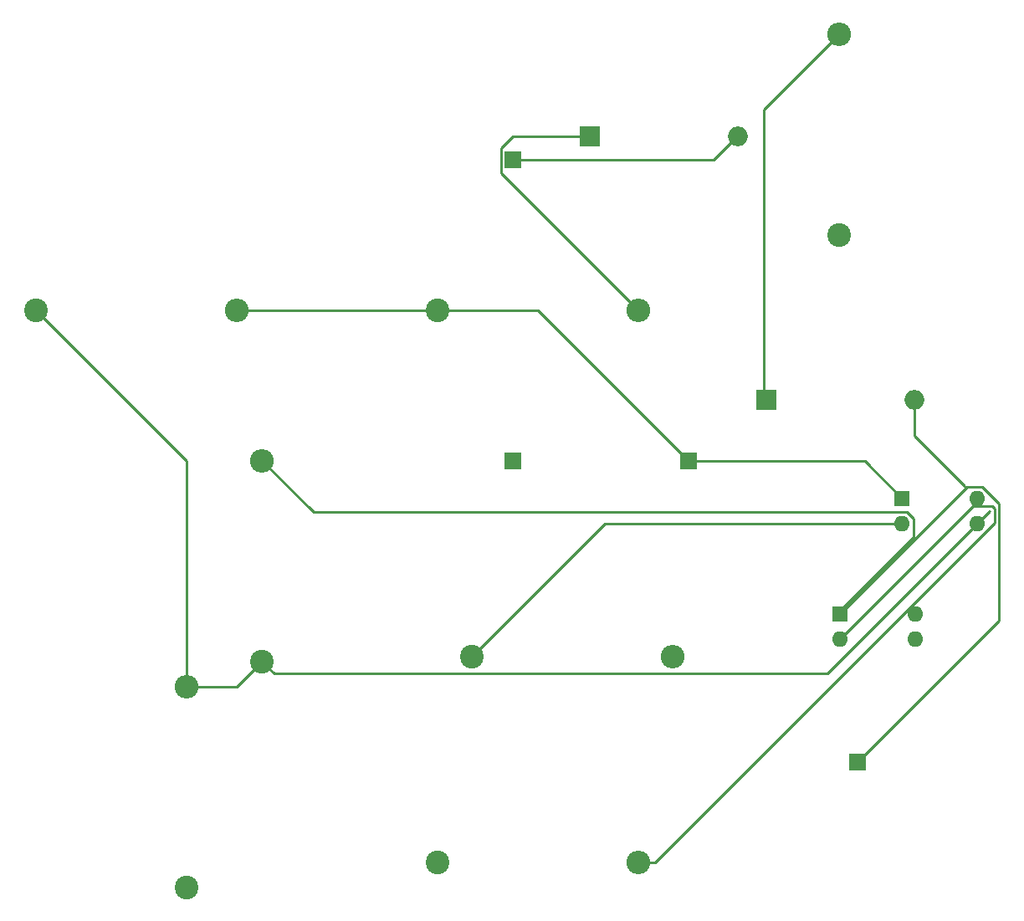
<source format=gbr>
%TF.GenerationSoftware,KiCad,Pcbnew,7.0.1*%
%TF.CreationDate,2023-11-23T18:30:04+05:30*%
%TF.ProjectId,assign2,61737369-676e-4322-9e6b-696361645f70,rev?*%
%TF.SameCoordinates,Original*%
%TF.FileFunction,Copper,L1,Top*%
%TF.FilePolarity,Positive*%
%FSLAX46Y46*%
G04 Gerber Fmt 4.6, Leading zero omitted, Abs format (unit mm)*
G04 Created by KiCad (PCBNEW 7.0.1) date 2023-11-23 18:30:04*
%MOMM*%
%LPD*%
G01*
G04 APERTURE LIST*
%TA.AperFunction,ComponentPad*%
%ADD10R,1.600000X1.600000*%
%TD*%
%TA.AperFunction,ComponentPad*%
%ADD11O,1.600000X1.600000*%
%TD*%
%TA.AperFunction,ComponentPad*%
%ADD12C,2.400000*%
%TD*%
%TA.AperFunction,ComponentPad*%
%ADD13O,2.400000X2.400000*%
%TD*%
%TA.AperFunction,ComponentPad*%
%ADD14R,1.700000X1.700000*%
%TD*%
%TA.AperFunction,ComponentPad*%
%ADD15R,2.000000X2.000000*%
%TD*%
%TA.AperFunction,ComponentPad*%
%ADD16O,2.000000X2.000000*%
%TD*%
%TA.AperFunction,Conductor*%
%ADD17C,0.250000*%
%TD*%
G04 APERTURE END LIST*
D10*
%TO.P,U2,1*%
%TO.N,Net-(J5-Pin_1)*%
X137230000Y-84145000D03*
D11*
%TO.P,U2,2,-*%
%TO.N,GND*%
X137230000Y-86685000D03*
%TO.P,U2,3,+*%
%TO.N,Net-(U2A-+)*%
X144850000Y-86685000D03*
%TO.P,U2,4,V-*%
%TO.N,GND*%
X144850000Y-84145000D03*
%TD*%
D10*
%TO.P,U1,1*%
%TO.N,Net-(J2-Pin_1)*%
X143520000Y-72385000D03*
D11*
%TO.P,U1,2,-*%
%TO.N,Net-(U1A--)*%
X143520000Y-74925000D03*
%TO.P,U1,3,+*%
%TO.N,Net-(U1A-+)*%
X151140000Y-74925000D03*
%TO.P,U1,4,V-*%
%TO.N,GND*%
X151140000Y-72385000D03*
%TD*%
D12*
%TO.P,R7,1*%
%TO.N,Net-(U1A--)*%
X96520000Y-109220000D03*
D13*
%TO.P,R7,2*%
%TO.N,GND*%
X116840000Y-109220000D03*
%TD*%
D12*
%TO.P,R6,1*%
%TO.N,Net-(U1A--)*%
X99960000Y-88395000D03*
D13*
%TO.P,R6,2*%
%TO.N,Net-(J3-Pin_1)*%
X120280000Y-88395000D03*
%TD*%
D12*
%TO.P,R5,1*%
%TO.N,Net-(J1-Pin_1)*%
X71120000Y-111760000D03*
D13*
%TO.P,R5,2*%
%TO.N,Net-(U1A-+)*%
X71120000Y-91440000D03*
%TD*%
D12*
%TO.P,R4,1*%
%TO.N,Net-(U1A-+)*%
X78740000Y-88900000D03*
D13*
%TO.P,R4,2*%
%TO.N,Net-(J5-Pin_1)*%
X78740000Y-68580000D03*
%TD*%
D12*
%TO.P,R3,1*%
%TO.N,Net-(J3-Pin_1)*%
X137160000Y-45720000D03*
D13*
%TO.P,R3,2*%
%TO.N,Net-(U2A-+)*%
X137160000Y-25400000D03*
%TD*%
D12*
%TO.P,R2,1*%
%TO.N,Net-(J2-Pin_1)*%
X96520000Y-53340000D03*
D13*
%TO.P,R2,2*%
%TO.N,Net-(U1B-+)*%
X116840000Y-53340000D03*
%TD*%
D12*
%TO.P,R1,1*%
%TO.N,Net-(U1A-+)*%
X55880000Y-53340000D03*
D13*
%TO.P,R1,2*%
%TO.N,Net-(J2-Pin_1)*%
X76200000Y-53340000D03*
%TD*%
D14*
%TO.P,J5,1,Pin_1*%
%TO.N,Net-(J5-Pin_1)*%
X139020000Y-99085000D03*
%TD*%
%TO.P,J3,1,Pin_1*%
%TO.N,Net-(J3-Pin_1)*%
X104140000Y-38100000D03*
%TD*%
%TO.P,J2,1,Pin_1*%
%TO.N,Net-(J2-Pin_1)*%
X121920000Y-68580000D03*
%TD*%
%TO.P,J1,1,Pin_1*%
%TO.N,Net-(J1-Pin_1)*%
X104140000Y-68580000D03*
%TD*%
D15*
%TO.P,C2,1*%
%TO.N,Net-(U2A-+)*%
X129780000Y-62415000D03*
D16*
%TO.P,C2,2*%
%TO.N,Net-(J5-Pin_1)*%
X144780000Y-62415000D03*
%TD*%
D15*
%TO.P,C1,1*%
%TO.N,Net-(U1B-+)*%
X111880000Y-35802500D03*
D16*
%TO.P,C1,2*%
%TO.N,Net-(J3-Pin_1)*%
X126880000Y-35802500D03*
%TD*%
D17*
%TO.N,Net-(U2A-+)*%
X129540000Y-33020000D02*
X129540000Y-62655000D01*
X129540000Y-62655000D02*
X129780000Y-62415000D01*
X137160000Y-25400000D02*
X129540000Y-33020000D01*
%TO.N,Net-(U1B-+)*%
X104087500Y-35802500D02*
X111880000Y-35802500D01*
X102965000Y-36925000D02*
X104087500Y-35802500D01*
X102965000Y-39465000D02*
X102965000Y-36925000D01*
X116840000Y-53340000D02*
X102965000Y-39465000D01*
%TO.N,Net-(J3-Pin_1)*%
X126880000Y-35680000D02*
X126880000Y-35802500D01*
X124460000Y-38100000D02*
X126880000Y-35680000D01*
X104140000Y-38100000D02*
X124460000Y-38100000D01*
%TO.N,Net-(J2-Pin_1)*%
X76200000Y-53340000D02*
X96520000Y-53340000D01*
%TO.N,Net-(U1A-+)*%
X76200000Y-91440000D02*
X78740000Y-88900000D01*
X71120000Y-91440000D02*
X76200000Y-91440000D01*
X55880000Y-53340000D02*
X71120000Y-68580000D01*
X71120000Y-68580000D02*
X71120000Y-91440000D01*
%TO.N,Net-(J2-Pin_1)*%
X139715000Y-68580000D02*
X143520000Y-72385000D01*
X121920000Y-68580000D02*
X139715000Y-68580000D01*
X106680000Y-53340000D02*
X121920000Y-68580000D01*
X96520000Y-53340000D02*
X106680000Y-53340000D01*
%TO.N,Net-(J5-Pin_1)*%
X144780000Y-66040000D02*
X149860000Y-71120000D01*
X144780000Y-62415000D02*
X144780000Y-66040000D01*
X137160000Y-83820000D02*
X137160000Y-84075000D01*
X144645000Y-74459009D02*
X144645000Y-76335000D01*
X137160000Y-84075000D02*
X137230000Y-84145000D01*
X144645000Y-76335000D02*
X137160000Y-83820000D01*
X143985991Y-73800000D02*
X144645000Y-74459009D01*
X83960000Y-73800000D02*
X143985991Y-73800000D01*
X78740000Y-68580000D02*
X83960000Y-73800000D01*
X153300000Y-72954009D02*
X151605991Y-71260000D01*
X153300000Y-84805000D02*
X153300000Y-72954009D01*
X151605991Y-71260000D02*
X150115000Y-71260000D01*
X139020000Y-99085000D02*
X153300000Y-84805000D01*
X150115000Y-71260000D02*
X137230000Y-84145000D01*
%TO.N,GND*%
X150705000Y-73210000D02*
X137230000Y-86685000D01*
X152586396Y-73210000D02*
X150705000Y-73210000D01*
X152850000Y-74907056D02*
X152850000Y-73473604D01*
X118537056Y-109220000D02*
X152850000Y-74907056D01*
X152850000Y-73473604D02*
X152586396Y-73210000D01*
X116840000Y-109220000D02*
X118537056Y-109220000D01*
%TO.N,Net-(U1A-+)*%
X135960000Y-90100000D02*
X152400000Y-73660000D01*
X79940000Y-90100000D02*
X135960000Y-90100000D01*
X78740000Y-88900000D02*
X79940000Y-90100000D01*
%TO.N,Net-(U1A--)*%
X113430000Y-74925000D02*
X143520000Y-74925000D01*
X99960000Y-88395000D02*
X113430000Y-74925000D01*
%TD*%
M02*

</source>
